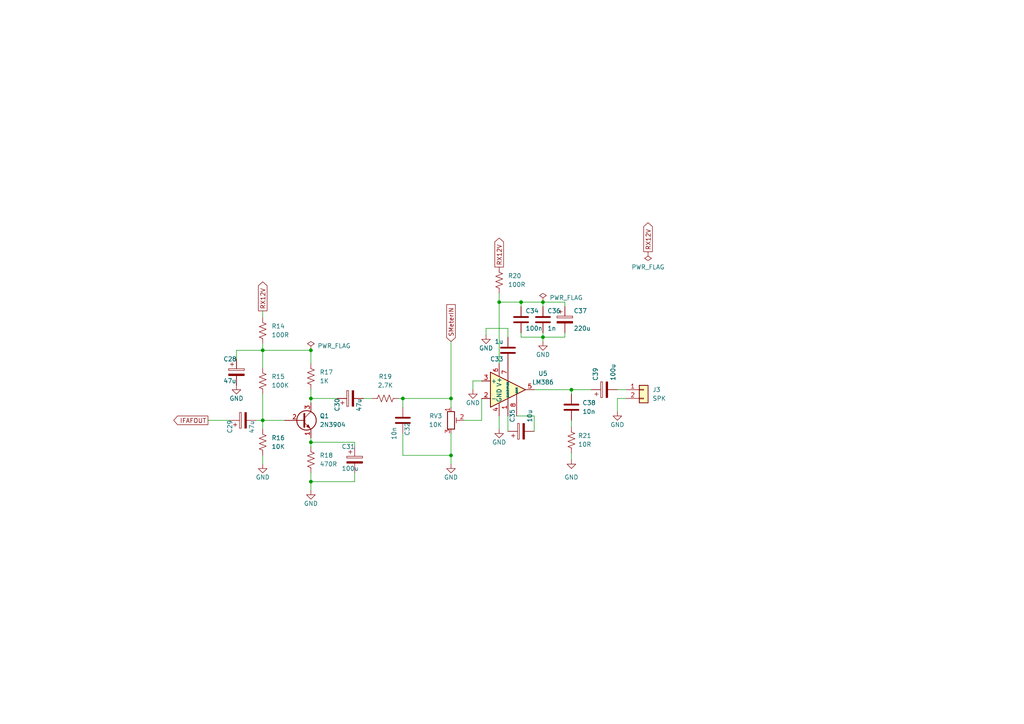
<source format=kicad_sch>
(kicad_sch (version 20211123) (generator eeschema)
  (paper "A4")
  (lib_symbols
    (symbol "Amplifier_Audio:LM386" (pin_names (offset 0.127))
      (property "Reference" "U" (at 1.27 7.62 0))
      (property "Value" "LM386" (at 1.27 5.08 0))
      (symbol "LM386_0_1"
        (polyline (pts (xy 5.08 0) (xy -5.08 5.08) (xy -5.08 -5.08) (xy 5.08 0)) (stroke (width 0.254)) (fill (type background)))
      )
      (symbol "LM386_1_1"
        (pin input line (at 0 -7.62 90) (length 5.08) (name "GAIN") (number "1"))
        (pin input line (at -7.62 -2.54 0) (length 2.54) (name "-") (number "2"))
        (pin input line (at -7.62 2.54 0) (length 2.54) (name "+") (number "3"))
        (pin power_in line (at -2.54 -7.62 90) (length 3.81) (name "GND") (number "4"))
        (pin output line (at 7.62 0 180) (length 2.54) (name "~") (number "5"))
        (pin power_in line (at -2.54 7.62 270) (length 3.81) (name "V+") (number "6"))
        (pin input line (at 0 7.62 270) (length 5.08) (name "BYPASS") (number "7"))
        (pin input line (at 2.54 -7.62 90) (length 6.35) (name "GAIN") (number "8"))
      )
    )
    (symbol "Connector_Generic:Conn_01x02" (pin_names (offset 1.016) hide)
      (property "Reference" "J" (at 0 2.54 0))
      (property "Value" "Conn_01x02" (at 0 -5.08 0))
      (symbol "Conn_01x02_1_1"
        (rectangle (start -1.27 -2.413) (end 0 -2.667) (stroke (width 0.1524)))
        (rectangle (start -1.27 0.127) (end 0 -0.127) (stroke (width 0.1524)))
        (rectangle (start -1.27 1.27) (end 1.27 -3.81) (stroke (width 0.254)) (fill (type background)))
        (pin passive line (at -5.08 0 0) (length 3.81) (name "Pin_1") (number "1"))
        (pin passive line (at -5.08 -2.54 0) (length 3.81) (name "Pin_2") (number "2"))
      )
    )
    (symbol "Device:C" (pin_numbers hide) (pin_names (offset 0.254))
      (property "Reference" "C" (at 0.635 2.54 0))
      (property "Value" "C" (at 0.635 -2.54 0))
      (symbol "C_0_1"
        (polyline (pts (xy -2.032 -0.762) (xy 2.032 -0.762)) (stroke (width 0.508)))
        (polyline (pts (xy -2.032 0.762) (xy 2.032 0.762)) (stroke (width 0.508)))
      )
      (symbol "C_1_1"
        (pin passive line (at 0 3.81 270) (length 2.794) (name "~") (number "1"))
        (pin passive line (at 0 -3.81 90) (length 2.794) (name "~") (number "2"))
      )
    )
    (symbol "Device:C_Polarized" (pin_numbers hide) (pin_names (offset 0.254))
      (property "Reference" "C" (at 0.635 2.54 0))
      (property "Value" "C_Polarized" (at 0.635 -2.54 0))
      (symbol "C_Polarized_0_1"
        (rectangle (start -2.286 0.508) (end 2.286 1.016))
        (polyline (pts (xy -1.778 2.286) (xy -0.762 2.286)))
        (polyline (pts (xy -1.27 2.794) (xy -1.27 1.778)))
        (rectangle (start 2.286 -0.508) (end -2.286 -1.016) (fill (type outline)))
      )
      (symbol "C_Polarized_1_1"
        (pin passive line (at 0 3.81 270) (length 2.794) (name "~") (number "1"))
        (pin passive line (at 0 -3.81 90) (length 2.794) (name "~") (number "2"))
      )
    )
    (symbol "Device:R_Potentiometer_Trim" (pin_names (offset 1.016) hide)
      (property "Reference" "RV" (at -4.445 0 90))
      (property "Value" "R_Potentiometer_Trim" (at -2.54 0 90))
      (symbol "R_Potentiometer_Trim_0_1"
        (polyline (pts (xy 1.524 0.762) (xy 1.524 -0.762)))
        (polyline (pts (xy 2.54 0) (xy 1.524 0)))
        (rectangle (start 1.016 2.54) (end -1.016 -2.54) (stroke (width 0.254)))
      )
      (symbol "R_Potentiometer_Trim_1_1"
        (pin passive line (at 0 3.81 270) (length 1.27) (name "1") (number "1"))
        (pin passive line (at 3.81 0 180) (length 1.27) (name "2") (number "2"))
        (pin passive line (at 0 -3.81 90) (length 1.27) (name "3") (number "3"))
      )
    )
    (symbol "Device:R_US" (pin_numbers hide) (pin_names (offset 0))
      (property "Reference" "R" (at 2.54 0 90))
      (property "Value" "R_US" (at -2.54 0 90))
      (symbol "R_US_0_1"
        (polyline (pts (xy 0 -2.286) (xy 0 -2.54)))
        (polyline (pts (xy 0 2.286) (xy 0 2.54)))
        (polyline (pts (xy 0 -0.762) (xy 1.016 -1.143) (xy 0 -1.524) (xy -1.016 -1.905) (xy 0 -2.286)))
        (polyline (pts (xy 0 0.762) (xy 1.016 0.381) (xy 0 0) (xy -1.016 -0.381) (xy 0 -0.762)))
        (polyline (pts (xy 0 2.286) (xy 1.016 1.905) (xy 0 1.524) (xy -1.016 1.143) (xy 0 0.762)))
      )
      (symbol "R_US_1_1"
        (pin passive line (at 0 3.81 270) (length 1.27) (name "~") (number "1"))
        (pin passive line (at 0 -3.81 90) (length 1.27) (name "~") (number "2"))
      )
    )
    (symbol "Transistor_BJT:2N3904" (pin_names (offset 0) hide)
      (property "Reference" "Q" (at 5.08 1.905 0))
      (property "Value" "2N3904" (at 5.08 0 0))
      (symbol "2N3904_0_1"
        (polyline (pts (xy 0.635 0.635) (xy 2.54 2.54)))
        (polyline (pts (xy 0.635 -0.635) (xy 2.54 -2.54) (xy 2.54 -2.54)))
        (polyline (pts (xy 0.635 1.905) (xy 0.635 -1.905) (xy 0.635 -1.905)) (stroke (width 0.508)))
        (polyline (pts (xy 1.27 -1.778) (xy 1.778 -1.27) (xy 2.286 -2.286) (xy 1.27 -1.778) (xy 1.27 -1.778)) (fill (type outline)))
        (circle (center 1.27 0) (radius 2.8194) (stroke (width 0.254)))
      )
      (symbol "2N3904_1_1"
        (pin passive line (at 2.54 -5.08 90) (length 2.54) (name "E") (number "1"))
        (pin passive line (at -5.08 0 0) (length 5.715) (name "B") (number "2"))
        (pin passive line (at 2.54 5.08 270) (length 2.54) (name "C") (number "3"))
      )
    )
    (symbol "power:GND" (power) (pin_names (offset 0))
      (property "Value" "GND" (at 0 -3.81 0))
      (symbol "GND_0_1"
        (polyline (pts (xy 0 0) (xy 0 -1.27) (xy 1.27 -1.27) (xy 0 -2.54) (xy -1.27 -1.27) (xy 0 -1.27)))
      )
      (symbol "GND_1_1"
        (pin power_in line (at 0 0 270) (length 0) hide (name "GND") (number "1"))
      )
    )
    (symbol "power:PWR_FLAG" (power) (pin_numbers hide) (pin_names (offset 0) hide)
      (property "Value" "PWR_FLAG" (at 0 3.81 0))
      (symbol "PWR_FLAG_0_0"
        (pin power_out line (at 0 0 90) (length 0) (name "pwr") (number "1"))
      )
      (symbol "PWR_FLAG_0_1"
        (polyline (pts (xy 0 0) (xy 0 1.27) (xy -1.016 1.905) (xy 0 2.54) (xy 1.016 1.905) (xy 0 1.27)))
      )
    )
  )
  (junction (at 90.17 101.6))
  (junction (at 144.78 87.63))
  (junction (at 116.84 115.57))
  (junction (at 165.735 113.03))
  (junction (at 76.2 101.6))
  (junction (at 90.17 139.7))
  (junction (at 157.48 97.79))
  (junction (at 76.2 121.92))
  (junction (at 130.81 132.08))
  (junction (at 157.48 87.63))
  (junction (at 90.17 115.57))
  (junction (at 90.17 128.27))
  (junction (at 151.13 87.63))
  (junction (at 130.81 115.57))
  (wire (pts (xy 90.17 115.57) (xy 90.17 116.84)))
  (wire (pts (xy 144.78 87.63) (xy 144.78 105.41)))
  (wire (pts (xy 90.17 128.27) (xy 102.87 128.27)))
  (wire (pts (xy 157.48 87.63) (xy 157.48 88.9)))
  (wire (pts (xy 137.16 110.49) (xy 137.16 113.03)))
  (wire (pts (xy 76.2 121.92) (xy 76.2 124.46)))
  (wire (pts (xy 60.325 121.92) (xy 66.675 121.92)))
  (wire (pts (xy 76.2 121.92) (xy 76.2 114.3)))
  (wire (pts (xy 116.84 132.08) (xy 116.84 125.73)))
  (wire (pts (xy 140.97 95.25) (xy 140.97 97.155)))
  (wire (pts (xy 102.87 128.27) (xy 102.87 129.54)))
  (wire (pts (xy 90.17 128.27) (xy 90.17 129.54)))
  (wire (pts (xy 154.94 120.65) (xy 154.94 125.095)))
  (wire (pts (xy 74.295 121.92) (xy 76.2 121.92)))
  (wire (pts (xy 105.41 115.57) (xy 107.95 115.57)))
  (wire (pts (xy 68.58 101.6) (xy 68.58 104.14)))
  (wire (pts (xy 151.13 97.79) (xy 157.48 97.79)))
  (wire (pts (xy 151.13 96.52) (xy 151.13 97.79)))
  (wire (pts (xy 139.7 115.57) (xy 139.7 121.92)))
  (wire (pts (xy 130.81 115.57) (xy 130.81 118.11)))
  (wire (pts (xy 151.13 87.63) (xy 151.13 88.9)))
  (wire (pts (xy 116.84 115.57) (xy 116.84 118.11)))
  (wire (pts (xy 90.17 139.7) (xy 90.17 137.16)))
  (wire (pts (xy 165.735 131.445) (xy 165.735 133.35)))
  (wire (pts (xy 165.735 113.03) (xy 171.45 113.03)))
  (wire (pts (xy 157.48 97.79) (xy 163.83 97.79)))
  (wire (pts (xy 179.07 115.57) (xy 179.07 119.38)))
  (wire (pts (xy 144.78 85.09) (xy 144.78 87.63)))
  (wire (pts (xy 90.17 139.7) (xy 90.17 142.24)))
  (wire (pts (xy 147.32 95.25) (xy 140.97 95.25)))
  (wire (pts (xy 151.13 87.63) (xy 157.48 87.63)))
  (wire (pts (xy 163.83 87.63) (xy 163.83 88.9)))
  (wire (pts (xy 157.48 97.79) (xy 157.48 96.52)))
  (wire (pts (xy 102.87 137.16) (xy 102.87 139.7)))
  (wire (pts (xy 76.2 134.62) (xy 76.2 132.08)))
  (wire (pts (xy 181.61 115.57) (xy 179.07 115.57)))
  (wire (pts (xy 139.7 121.92) (xy 134.62 121.92)))
  (wire (pts (xy 163.83 96.52) (xy 163.83 97.79)))
  (wire (pts (xy 165.735 121.92) (xy 165.735 123.825)))
  (wire (pts (xy 139.7 110.49) (xy 137.16 110.49)))
  (wire (pts (xy 179.07 113.03) (xy 181.61 113.03)))
  (wire (pts (xy 76.2 101.6) (xy 90.17 101.6)))
  (wire (pts (xy 90.17 101.6) (xy 90.17 105.41)))
  (wire (pts (xy 147.32 120.65) (xy 147.32 125.095)))
  (wire (pts (xy 165.735 113.03) (xy 165.735 114.3)))
  (wire (pts (xy 130.81 132.08) (xy 130.81 134.62)))
  (wire (pts (xy 76.2 101.6) (xy 68.58 101.6)))
  (wire (pts (xy 130.81 132.08) (xy 116.84 132.08)))
  (wire (pts (xy 90.17 113.03) (xy 90.17 115.57)))
  (wire (pts (xy 157.48 87.63) (xy 163.83 87.63)))
  (wire (pts (xy 130.81 125.73) (xy 130.81 132.08)))
  (wire (pts (xy 90.17 127) (xy 90.17 128.27)))
  (wire (pts (xy 102.87 139.7) (xy 90.17 139.7)))
  (wire (pts (xy 157.48 97.79) (xy 157.48 99.06)))
  (wire (pts (xy 76.2 90.17) (xy 76.2 92.075)))
  (wire (pts (xy 76.2 99.695) (xy 76.2 101.6)))
  (wire (pts (xy 144.78 124.46) (xy 144.78 120.65)))
  (wire (pts (xy 147.32 95.25) (xy 147.32 97.79)))
  (wire (pts (xy 82.55 121.92) (xy 76.2 121.92)))
  (wire (pts (xy 116.84 115.57) (xy 130.81 115.57)))
  (wire (pts (xy 130.81 99.06) (xy 130.81 115.57)))
  (wire (pts (xy 115.57 115.57) (xy 116.84 115.57)))
  (wire (pts (xy 76.2 101.6) (xy 76.2 106.68)))
  (wire (pts (xy 90.17 115.57) (xy 97.79 115.57)))
  (wire (pts (xy 154.94 113.03) (xy 165.735 113.03)))
  (wire (pts (xy 149.86 120.65) (xy 154.94 120.65)))
  (wire (pts (xy 144.78 87.63) (xy 151.13 87.63)))
  (global_label "RX12V" (shape output) (at 144.78 77.47 90) (property "Intersheet References" "${INTERSHEET_REFS}" (effects hide)))
  (global_label "SMeterIN" (shape input) (at 130.81 99.06 90) (property "Intersheet References" "${INTERSHEET_REFS}" (effects hide)))
  (global_label "RX12V" (shape output) (at 76.2 90.17 90) (property "Intersheet References" "${INTERSHEET_REFS}" (effects hide)))
  (global_label "IFAFOUT" (shape output) (at 60.325 121.92 180) (property "Intersheet References" "${INTERSHEET_REFS}" (effects hide)))
  (global_label "RX12V" (shape output) (at 187.96 73.025 90) (property "Intersheet References" "${INTERSHEET_REFS}" (effects hide)))
  (symbol (lib_id "Amplifier_Audio:LM386") (at 147.32 113.03 0) (unit 1)
    (property "Reference" "U5" (at 157.48 108.331 0))
    (property "Value" "LM386" (at 157.48 110.871 0))
    (property "Footprint" "Package_DIP:DIP-8_W7.62mm_Socket" (effects hide))
    (property "Datasheet" "http://www.ti.com/lit/ds/symlink/lm386.pdf" (effects hide))
  )
  (symbol (lib_id "power:PWR_FLAG") (at 187.96 73.025 180) (unit 1)
    (property "Reference" "#FLG0101" (effects hide))
    (property "Value" "PWR_FLAG" (at 187.96 77.47 0))
  )
  (symbol (lib_id "Device:C_Polarized") (at 101.6 115.57 90) (unit 1)
    (property "Reference" "C30" (at 97.79 119.38 0) (effects (justify left)))
    (property "Value" "47u" (at 104.14 119.38 0) (effects (justify left)))
    (property "Footprint" "Capacitor_THT:CP_Radial_D8.0mm_P2.50mm" (effects hide))
  )
  (symbol (lib_id "Device:C") (at 147.32 101.6 180) (unit 1)
    (property "Reference" "C33" (at 146.05 104.14 0) (effects (justify left)))
    (property "Value" "1u" (at 146.05 99.06 0) (effects (justify left)))
    (property "Footprint" "Capacitor_THT:C_Disc_D3.4mm_W2.1mm_P2.50mm" (effects hide))
  )
  (symbol (lib_id "Device:C_Polarized") (at 68.58 107.95 0) (unit 1)
    (property "Reference" "C28" (at 64.77 104.14 0) (effects (justify left)))
    (property "Value" "47u" (at 64.77 110.49 0) (effects (justify left)))
    (property "Footprint" "Capacitor_THT:CP_Radial_D8.0mm_P2.50mm" (effects hide))
  )
  (symbol (lib_id "power:GND") (at 68.58 111.76 0) (unit 1)
    (property "Reference" "#PWR027" (effects hide))
    (property "Value" "GND" (at 68.58 115.57 0))
  )
  (symbol (lib_id "Device:C_Polarized") (at 151.13 125.095 90) (unit 1)
    (property "Reference" "C35" (at 148.59 122.555 0) (effects (justify left)))
    (property "Value" "10u" (at 153.67 122.555 0) (effects (justify left)))
    (property "Footprint" "Capacitor_THT:CP_Radial_D8.0mm_P2.50mm" (effects hide))
  )
  (symbol (lib_id "power:PWR_FLAG") (at 157.48 87.63 0) (unit 1)
    (property "Reference" "#FLG0102" (effects hide))
    (property "Value" "PWR_FLAG" (at 159.385 86.3599 0) (effects (justify left)))
  )
  (symbol (lib_id "Transistor_BJT:2N3904") (at 87.63 121.92 0) (unit 1)
    (property "Reference" "Q1" (at 92.71 120.6499 0) (effects (justify left)))
    (property "Value" "2N3904" (at 92.71 123.1899 0) (effects (justify left)))
    (property "Footprint" "Package_TO_SOT_THT:TO-92_Inline" (effects hide))
    (property "Datasheet" "https://www.onsemi.com/pub/Collateral/2N3903-D.PDF" (effects hide))
  )
  (symbol (lib_id "Device:C_Polarized") (at 175.26 113.03 90) (unit 1)
    (property "Reference" "C39" (at 172.72 110.49 0) (effects (justify left)))
    (property "Value" "100u" (at 177.8 110.49 0) (effects (justify left)))
    (property "Footprint" "Capacitor_THT:CP_Radial_D8.0mm_P2.50mm" (effects hide))
  )
  (symbol (lib_id "power:GND") (at 157.48 99.06 0) (unit 1)
    (property "Reference" "#PWR034" (effects hide))
    (property "Value" "GND" (at 157.48 102.87 0))
  )
  (symbol (lib_id "Device:R_US") (at 90.17 133.35 0) (unit 1)
    (property "Reference" "R18" (at 92.71 132.0799 0) (effects (justify left)))
    (property "Value" "470R" (at 92.71 134.6199 0) (effects (justify left)))
    (property "Footprint" "Resistor_THT:R_Axial_DIN0207_L6.3mm_D2.5mm_P10.16mm_Horizontal" (effects hide))
  )
  (symbol (lib_id "Device:R_US") (at 144.78 81.28 0) (unit 1)
    (property "Reference" "R20" (at 147.32 80.0099 0) (effects (justify left)))
    (property "Value" "100R" (at 147.32 82.5499 0) (effects (justify left)))
    (property "Footprint" "Resistor_THT:R_Axial_DIN0207_L6.3mm_D2.5mm_P10.16mm_Horizontal" (effects hide))
  )
  (symbol (lib_id "power:GND") (at 90.17 142.24 0) (unit 1)
    (property "Reference" "#PWR029" (effects hide))
    (property "Value" "GND" (at 90.17 146.05 0))
  )
  (symbol (lib_id "Device:R_US") (at 111.76 115.57 90) (unit 1)
    (property "Reference" "R19" (at 111.76 109.22 90))
    (property "Value" "2.7K" (at 111.76 111.76 90))
    (property "Footprint" "Resistor_THT:R_Axial_DIN0207_L6.3mm_D2.5mm_P10.16mm_Horizontal" (effects hide))
  )
  (symbol (lib_id "power:GND") (at 137.16 113.03 0) (unit 1)
    (property "Reference" "#PWR031" (effects hide))
    (property "Value" "GND" (at 137.16 116.84 0))
  )
  (symbol (lib_id "power:GND") (at 76.2 134.62 0) (unit 1)
    (property "Reference" "#PWR028" (effects hide))
    (property "Value" "GND" (at 76.2 138.43 0))
  )
  (symbol (lib_id "power:GND") (at 140.97 97.155 0) (unit 1)
    (property "Reference" "#PWR032" (effects hide))
    (property "Value" "GND" (at 140.97 100.965 0))
  )
  (symbol (lib_id "Device:C_Polarized") (at 163.83 92.71 0) (unit 1)
    (property "Reference" "C37" (at 166.37 90.17 0) (effects (justify left)))
    (property "Value" "220u" (at 166.37 95.25 0) (effects (justify left)))
    (property "Footprint" "Capacitor_THT:CP_Radial_D8.0mm_P2.50mm" (effects hide))
  )
  (symbol (lib_id "Device:C_Polarized") (at 70.485 121.92 90) (unit 1)
    (property "Reference" "C29" (at 66.675 125.73 0) (effects (justify left)))
    (property "Value" "47u" (at 73.025 125.73 0) (effects (justify left)))
    (property "Footprint" "Capacitor_THT:CP_Radial_D8.0mm_P2.50mm" (effects hide))
  )
  (symbol (lib_id "Device:C") (at 151.13 92.71 0) (unit 1)
    (property "Reference" "C34" (at 152.4 90.17 0) (effects (justify left)))
    (property "Value" "100n" (at 152.4 95.25 0) (effects (justify left)))
    (property "Footprint" "Capacitor_THT:C_Disc_D3.4mm_W2.1mm_P2.50mm" (effects hide))
  )
  (symbol (lib_id "Device:C") (at 116.84 121.92 0) (unit 1)
    (property "Reference" "C32" (at 118.11 124.46 90))
    (property "Value" "10n" (at 114.3 125.73 90))
    (property "Footprint" "Capacitor_THT:C_Disc_D3.4mm_W2.1mm_P2.50mm" (effects hide))
  )
  (symbol (lib_id "Connector_Generic:Conn_01x02") (at 186.69 113.03 0) (unit 1)
    (property "Reference" "J3" (at 189.23 113.0299 0) (effects (justify left)))
    (property "Value" "SPK" (at 189.23 115.5699 0) (effects (justify left)))
    (property "Footprint" "Connector_PinHeader_2.54mm:PinHeader_1x02_P2.54mm_Vertical" (effects hide))
  )
  (symbol (lib_id "power:GND") (at 179.07 119.38 0) (unit 1)
    (property "Reference" "#PWR036" (effects hide))
    (property "Value" "GND" (at 179.07 123.19 0))
  )
  (symbol (lib_id "power:GND") (at 165.735 133.35 0) (unit 1)
    (property "Reference" "#PWR035" (effects hide))
    (property "Value" "GND" (at 165.735 138.43 0))
  )
  (symbol (lib_id "Device:R_US") (at 76.2 128.27 0) (unit 1)
    (property "Reference" "R16" (at 78.74 126.9999 0) (effects (justify left)))
    (property "Value" "10K" (at 78.74 129.5399 0) (effects (justify left)))
    (property "Footprint" "Resistor_THT:R_Axial_DIN0207_L6.3mm_D2.5mm_P10.16mm_Horizontal" (effects hide))
  )
  (symbol (lib_id "Device:R_US") (at 76.2 110.49 0) (unit 1)
    (property "Reference" "R15" (at 78.74 109.2199 0) (effects (justify left)))
    (property "Value" "100K" (at 78.74 111.7599 0) (effects (justify left)))
    (property "Footprint" "Resistor_THT:R_Axial_DIN0207_L6.3mm_D2.5mm_P10.16mm_Horizontal" (effects hide))
  )
  (symbol (lib_id "Device:R_US") (at 165.735 127.635 180) (unit 1)
    (property "Reference" "R21" (at 167.64 126.3649 0) (effects (justify right)))
    (property "Value" "10R" (at 167.64 128.9049 0) (effects (justify right)))
    (property "Footprint" "Resistor_THT:R_Axial_DIN0207_L6.3mm_D2.5mm_P10.16mm_Horizontal" (effects hide))
  )
  (symbol (lib_id "Device:C") (at 165.735 118.11 0) (unit 1)
    (property "Reference" "C38" (at 168.91 116.8399 0) (effects (justify left)))
    (property "Value" "10n" (at 168.91 119.3799 0) (effects (justify left)))
    (property "Footprint" "Capacitor_THT:C_Disc_D3.4mm_W2.1mm_P2.50mm" (effects hide))
  )
  (symbol (lib_id "Device:C") (at 157.48 92.71 0) (unit 1)
    (property "Reference" "C36" (at 158.75 90.17 0) (effects (justify left)))
    (property "Value" "1n" (at 158.75 95.25 0) (effects (justify left)))
    (property "Footprint" "Capacitor_THT:C_Disc_D3.4mm_W2.1mm_P2.50mm" (effects hide))
  )
  (symbol (lib_id "power:GND") (at 130.81 134.62 0) (unit 1)
    (property "Reference" "#PWR030" (effects hide))
    (property "Value" "GND" (at 130.81 138.43 0))
  )
  (symbol (lib_id "power:PWR_FLAG") (at 90.17 101.6 0) (unit 1)
    (property "Reference" "#FLG0105" (effects hide))
    (property "Value" "PWR_FLAG" (at 92.075 100.3299 0) (effects (justify left)))
  )
  (symbol (lib_id "Device:R_Potentiometer_Trim") (at 130.81 121.92 0) (unit 1)
    (property "Reference" "RV3" (at 128.27 120.6499 0) (effects (justify right)))
    (property "Value" "10K" (at 128.27 123.1899 0) (effects (justify right)))
    (property "Footprint" "Potentiometer_THT:Potentiometer_Bourns_3296W_Vertical" (effects hide))
  )
  (symbol (lib_id "Device:C_Polarized") (at 102.87 133.35 0) (unit 1)
    (property "Reference" "C31" (at 99.06 129.54 0) (effects (justify left)))
    (property "Value" "100u" (at 99.06 135.89 0) (effects (justify left)))
    (property "Footprint" "Capacitor_THT:CP_Radial_D8.0mm_P2.50mm" (effects hide))
  )
  (symbol (lib_id "power:GND") (at 144.78 124.46 0) (unit 1)
    (property "Reference" "#PWR033" (effects hide))
    (property "Value" "GND" (at 144.78 128.27 0))
  )
  (symbol (lib_id "Device:R_US") (at 90.17 109.22 0) (unit 1)
    (property "Reference" "R17" (at 92.71 107.9499 0) (effects (justify left)))
    (property "Value" "1K" (at 92.71 110.4899 0) (effects (justify left)))
    (property "Footprint" "Resistor_THT:R_Axial_DIN0207_L6.3mm_D2.5mm_P10.16mm_Horizontal" (effects hide))
  )
  (symbol (lib_id "Device:R_US") (at 76.2 95.885 0) (unit 1)
    (property "Reference" "R14" (at 78.74 94.6149 0) (effects (justify left)))
    (property "Value" "100R" (at 78.74 97.1549 0) (effects (justify left)))
    (property "Footprint" "Resistor_THT:R_Axial_DIN0207_L6.3mm_D2.5mm_P10.16mm_Horizontal" (effects hide))
  )
)
</source>
